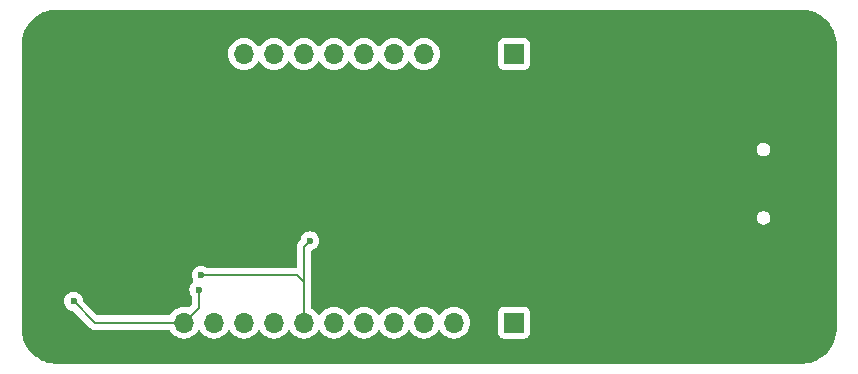
<source format=gbr>
%TF.GenerationSoftware,KiCad,Pcbnew,8.0.1*%
%TF.CreationDate,2024-04-08T01:45:07-04:00*%
%TF.ProjectId,NerdNOS,4e657264-4e4f-4532-9e6b-696361645f70,rev?*%
%TF.SameCoordinates,Original*%
%TF.FileFunction,Copper,L2,Bot*%
%TF.FilePolarity,Positive*%
%FSLAX46Y46*%
G04 Gerber Fmt 4.6, Leading zero omitted, Abs format (unit mm)*
G04 Created by KiCad (PCBNEW 8.0.1) date 2024-04-08 01:45:07*
%MOMM*%
%LPD*%
G01*
G04 APERTURE LIST*
%TA.AperFunction,ComponentPad*%
%ADD10O,2.100000X1.000000*%
%TD*%
%TA.AperFunction,ComponentPad*%
%ADD11O,1.800000X1.000000*%
%TD*%
%TA.AperFunction,ComponentPad*%
%ADD12R,1.700000X1.700000*%
%TD*%
%TA.AperFunction,ComponentPad*%
%ADD13O,1.700000X1.700000*%
%TD*%
%TA.AperFunction,ViaPad*%
%ADD14C,0.600000*%
%TD*%
%TA.AperFunction,Conductor*%
%ADD15C,0.200000*%
%TD*%
G04 APERTURE END LIST*
D10*
%TO.P,J3,S1,SHIELD*%
%TO.N,GND*%
X137320000Y-70070000D03*
D11*
X141500000Y-70070000D03*
D10*
X137320000Y-61430000D03*
D11*
X141500000Y-61430000D03*
%TD*%
D12*
%TO.P,J2,1,Pin_1*%
%TO.N,/BM1397/VBUS*%
X116690000Y-77500000D03*
D13*
%TO.P,J2,2,Pin_2*%
%TO.N,GND*%
X114150000Y-77500000D03*
%TO.P,J2,3,Pin_3*%
%TO.N,unconnected-(J2-Pin_3-Pad3)*%
X111610000Y-77500000D03*
%TO.P,J2,4,Pin_4*%
%TO.N,unconnected-(J2-Pin_4-Pad4)*%
X109070000Y-77500000D03*
%TO.P,J2,5,Pin_5*%
%TO.N,unconnected-(J2-Pin_5-Pad5)*%
X106530000Y-77500000D03*
%TO.P,J2,6,Pin_6*%
%TO.N,unconnected-(J2-Pin_6-Pad6)*%
X103990000Y-77500000D03*
%TO.P,J2,7,Pin_7*%
%TO.N,unconnected-(J2-Pin_7-Pad7)*%
X101450000Y-77500000D03*
%TO.P,J2,8,Pin_8*%
%TO.N,/T_Display_S3/GPIO10*%
X98910000Y-77500000D03*
%TO.P,J2,9,Pin_9*%
%TO.N,/BM1397/RST*%
X96370000Y-77500000D03*
%TO.P,J2,10,Pin_10*%
%TO.N,/T_Display_S3/GPIO2*%
X93830000Y-77500000D03*
%TO.P,J2,11,Pin_11*%
%TO.N,/T_Display_S3/GPIO1*%
X91290000Y-77500000D03*
%TO.P,J2,12,Pin_12*%
%TO.N,/BM1397/3V3*%
X88750000Y-77500000D03*
%TD*%
D12*
%TO.P,J1,1,Pin_1*%
%TO.N,unconnected-(J1-Pin_1-Pad1)*%
X116690000Y-54750000D03*
D13*
%TO.P,J1,2,Pin_2*%
%TO.N,GND*%
X114150000Y-54750000D03*
%TO.P,J1,3,Pin_3*%
X111610000Y-54750000D03*
%TO.P,J1,4,Pin_4*%
%TO.N,unconnected-(J1-Pin_4-Pad4)*%
X109070000Y-54750000D03*
%TO.P,J1,5,Pin_5*%
%TO.N,unconnected-(J1-Pin_5-Pad5)*%
X106530000Y-54750000D03*
%TO.P,J1,6,Pin_6*%
%TO.N,unconnected-(J1-Pin_6-Pad6)*%
X103990000Y-54750000D03*
%TO.P,J1,7,Pin_7*%
%TO.N,unconnected-(J1-Pin_7-Pad7)*%
X101450000Y-54750000D03*
%TO.P,J1,8,Pin_8*%
%TO.N,unconnected-(J1-Pin_8-Pad8)*%
X98910000Y-54750000D03*
%TO.P,J1,9,Pin_9*%
%TO.N,unconnected-(J1-Pin_9-Pad9)*%
X96370000Y-54750000D03*
%TO.P,J1,10,Pin_10*%
%TO.N,unconnected-(J1-Pin_10-Pad10)*%
X93830000Y-54750000D03*
%TO.P,J1,11,Pin_11*%
%TO.N,GND*%
X91290000Y-54750000D03*
%TO.P,J1,12,Pin_12*%
X88750000Y-54750000D03*
%TD*%
D14*
%TO.N,/T_Display_S3/GPIO10*%
X90200000Y-73500000D03*
%TO.N,/BM1397/3V3*%
X90000000Y-74710000D03*
%TO.N,/T_Display_S3/GPIO10*%
X99400000Y-70580000D03*
%TO.N,GND*%
X99400000Y-65100000D03*
X128320000Y-65160000D03*
X104050000Y-65700000D03*
X101050000Y-64700000D03*
X127060000Y-66730000D03*
X121200000Y-73200000D03*
X128320000Y-66710000D03*
X105050000Y-66700000D03*
X105600000Y-61200000D03*
X79300000Y-73000000D03*
X81316994Y-74161855D03*
X116800000Y-57100000D03*
X104050000Y-64700000D03*
X105050000Y-63700000D03*
X125830000Y-65170000D03*
X120220000Y-69580000D03*
X101050000Y-68700000D03*
X81290000Y-56940000D03*
X102050000Y-66700000D03*
X103050000Y-63700000D03*
X90100000Y-65200000D03*
X119930000Y-70800000D03*
X117890000Y-70830000D03*
X89600000Y-71300000D03*
X103050000Y-68700000D03*
X103050000Y-64700000D03*
X83500000Y-71800000D03*
X105050000Y-68700000D03*
X125140000Y-64420000D03*
X104050000Y-63700000D03*
X104050000Y-66700000D03*
X101050000Y-65700000D03*
X88000000Y-61100000D03*
X101050000Y-63700000D03*
X93677036Y-61494171D03*
X127060000Y-63630000D03*
X115960686Y-75639314D03*
X102050000Y-64700000D03*
X102100000Y-71320000D03*
X123390000Y-74150000D03*
X86255604Y-62397971D03*
X79500000Y-66200000D03*
X92600000Y-71900000D03*
X103050000Y-66700000D03*
X105050000Y-67700000D03*
X134300000Y-65990000D03*
X93400000Y-64100000D03*
X105050000Y-64700000D03*
X93687270Y-68448758D03*
X125830000Y-63620000D03*
X102050000Y-68700000D03*
X79200000Y-63500000D03*
X91100000Y-63900000D03*
X86400000Y-61000000D03*
X128320000Y-63610000D03*
X117890000Y-69600000D03*
X127060000Y-65180000D03*
X101050000Y-67700000D03*
X102020000Y-61000000D03*
X104050000Y-68700000D03*
X121110000Y-70780000D03*
X103050000Y-67700000D03*
X104050000Y-67700000D03*
X88900000Y-64300000D03*
X125830000Y-66720000D03*
X102050000Y-67700000D03*
X120200000Y-73300000D03*
X105050000Y-65700000D03*
X134300000Y-65100000D03*
X102050000Y-63700000D03*
X101050000Y-66700000D03*
X90000000Y-66100000D03*
X102050000Y-65700000D03*
X103050000Y-65700000D03*
%TO.N,/BM1397/3V3*%
X79400000Y-75700000D03*
%TD*%
D15*
%TO.N,/T_Display_S3/GPIO10*%
X90200000Y-73500000D02*
X98310000Y-73500000D01*
X98910000Y-74100000D02*
X98910000Y-77500000D01*
X98310000Y-73500000D02*
X98910000Y-74100000D01*
X98910000Y-71070000D02*
X98910000Y-74100000D01*
%TO.N,/BM1397/3V3*%
X90000000Y-74710000D02*
X90000000Y-76250000D01*
X90000000Y-76250000D02*
X88750000Y-77500000D01*
%TO.N,/T_Display_S3/GPIO10*%
X99400000Y-70580000D02*
X98910000Y-71070000D01*
%TO.N,/BM1397/3V3*%
X79400000Y-75700000D02*
X81200000Y-77500000D01*
X81200000Y-77500000D02*
X88750000Y-77500000D01*
%TD*%
%TA.AperFunction,Conductor*%
%TO.N,GND*%
G36*
X141000855Y-51000011D02*
G01*
X141162269Y-51002274D01*
X141174390Y-51003041D01*
X141478553Y-51037312D01*
X141495992Y-51039277D01*
X141509700Y-51041606D01*
X141824366Y-51113426D01*
X141837725Y-51117273D01*
X142142392Y-51223881D01*
X142155228Y-51229199D01*
X142446025Y-51369239D01*
X142458195Y-51375965D01*
X142731486Y-51547685D01*
X142742827Y-51555732D01*
X142995173Y-51756971D01*
X143005541Y-51766237D01*
X143233762Y-51994458D01*
X143243028Y-52004826D01*
X143444267Y-52257172D01*
X143452314Y-52268513D01*
X143624034Y-52541804D01*
X143630760Y-52553974D01*
X143770798Y-52844766D01*
X143776120Y-52857613D01*
X143882724Y-53162270D01*
X143886573Y-53175633D01*
X143958393Y-53490299D01*
X143960722Y-53504007D01*
X143996957Y-53825597D01*
X143997725Y-53837743D01*
X143999988Y-53999144D01*
X144000000Y-54000882D01*
X144000000Y-77999117D01*
X143999988Y-78000855D01*
X143997725Y-78162256D01*
X143996957Y-78174402D01*
X143960722Y-78495992D01*
X143958393Y-78509700D01*
X143886573Y-78824366D01*
X143882724Y-78837729D01*
X143776120Y-79142386D01*
X143770798Y-79155233D01*
X143630760Y-79446025D01*
X143624034Y-79458195D01*
X143452314Y-79731486D01*
X143444267Y-79742827D01*
X143243028Y-79995173D01*
X143233762Y-80005541D01*
X143005541Y-80233762D01*
X142995173Y-80243028D01*
X142742827Y-80444267D01*
X142731486Y-80452314D01*
X142458195Y-80624034D01*
X142446025Y-80630760D01*
X142155233Y-80770798D01*
X142142386Y-80776120D01*
X141837729Y-80882724D01*
X141824366Y-80886573D01*
X141509700Y-80958393D01*
X141495992Y-80960722D01*
X141174402Y-80996957D01*
X141162256Y-80997725D01*
X141000856Y-80999988D01*
X140999118Y-81000000D01*
X78000882Y-81000000D01*
X77999144Y-80999988D01*
X77837743Y-80997725D01*
X77825597Y-80996957D01*
X77504007Y-80960722D01*
X77490299Y-80958393D01*
X77175633Y-80886573D01*
X77162270Y-80882724D01*
X76857613Y-80776120D01*
X76844766Y-80770798D01*
X76553974Y-80630760D01*
X76541804Y-80624034D01*
X76268513Y-80452314D01*
X76257172Y-80444267D01*
X76004826Y-80243028D01*
X75994458Y-80233762D01*
X75766237Y-80005541D01*
X75756971Y-79995173D01*
X75555732Y-79742827D01*
X75547685Y-79731486D01*
X75375965Y-79458195D01*
X75369239Y-79446025D01*
X75229201Y-79155233D01*
X75223879Y-79142386D01*
X75121743Y-78850499D01*
X75117273Y-78837725D01*
X75113426Y-78824366D01*
X75041606Y-78509700D01*
X75039277Y-78495992D01*
X75028221Y-78397870D01*
X75003041Y-78174390D01*
X75002274Y-78162269D01*
X75000012Y-78000855D01*
X75000000Y-77999117D01*
X75000000Y-75700003D01*
X78594435Y-75700003D01*
X78614630Y-75879249D01*
X78614631Y-75879254D01*
X78674211Y-76049523D01*
X78729029Y-76136765D01*
X78770184Y-76202262D01*
X78897738Y-76329816D01*
X79050478Y-76425789D01*
X79220745Y-76485368D01*
X79307669Y-76495161D01*
X79372080Y-76522226D01*
X79381465Y-76530700D01*
X80715139Y-77864374D01*
X80715149Y-77864385D01*
X80719479Y-77868715D01*
X80719480Y-77868716D01*
X80831284Y-77980520D01*
X80831286Y-77980521D01*
X80831290Y-77980524D01*
X80968209Y-78059573D01*
X80968216Y-78059577D01*
X81080019Y-78089534D01*
X81120942Y-78100500D01*
X81120943Y-78100500D01*
X87460909Y-78100500D01*
X87527948Y-78120185D01*
X87573292Y-78172097D01*
X87575965Y-78177830D01*
X87711505Y-78371401D01*
X87878599Y-78538495D01*
X87975384Y-78606265D01*
X88072165Y-78674032D01*
X88072167Y-78674033D01*
X88072170Y-78674035D01*
X88286337Y-78773903D01*
X88514592Y-78835063D01*
X88691034Y-78850500D01*
X88749999Y-78855659D01*
X88750000Y-78855659D01*
X88750001Y-78855659D01*
X88808966Y-78850500D01*
X88985408Y-78835063D01*
X89213663Y-78773903D01*
X89427830Y-78674035D01*
X89621401Y-78538495D01*
X89788495Y-78371401D01*
X89918425Y-78185842D01*
X89973002Y-78142217D01*
X90042500Y-78135023D01*
X90104855Y-78166546D01*
X90121575Y-78185842D01*
X90251500Y-78371395D01*
X90251505Y-78371401D01*
X90418599Y-78538495D01*
X90515384Y-78606265D01*
X90612165Y-78674032D01*
X90612167Y-78674033D01*
X90612170Y-78674035D01*
X90826337Y-78773903D01*
X91054592Y-78835063D01*
X91231034Y-78850500D01*
X91289999Y-78855659D01*
X91290000Y-78855659D01*
X91290001Y-78855659D01*
X91348966Y-78850500D01*
X91525408Y-78835063D01*
X91753663Y-78773903D01*
X91967830Y-78674035D01*
X92161401Y-78538495D01*
X92328495Y-78371401D01*
X92458425Y-78185842D01*
X92513002Y-78142217D01*
X92582500Y-78135023D01*
X92644855Y-78166546D01*
X92661575Y-78185842D01*
X92791500Y-78371395D01*
X92791505Y-78371401D01*
X92958599Y-78538495D01*
X93055384Y-78606265D01*
X93152165Y-78674032D01*
X93152167Y-78674033D01*
X93152170Y-78674035D01*
X93366337Y-78773903D01*
X93594592Y-78835063D01*
X93771034Y-78850500D01*
X93829999Y-78855659D01*
X93830000Y-78855659D01*
X93830001Y-78855659D01*
X93888966Y-78850500D01*
X94065408Y-78835063D01*
X94293663Y-78773903D01*
X94507830Y-78674035D01*
X94701401Y-78538495D01*
X94868495Y-78371401D01*
X94998425Y-78185842D01*
X95053002Y-78142217D01*
X95122500Y-78135023D01*
X95184855Y-78166546D01*
X95201575Y-78185842D01*
X95331500Y-78371395D01*
X95331505Y-78371401D01*
X95498599Y-78538495D01*
X95595384Y-78606265D01*
X95692165Y-78674032D01*
X95692167Y-78674033D01*
X95692170Y-78674035D01*
X95906337Y-78773903D01*
X96134592Y-78835063D01*
X96311034Y-78850500D01*
X96369999Y-78855659D01*
X96370000Y-78855659D01*
X96370001Y-78855659D01*
X96428966Y-78850500D01*
X96605408Y-78835063D01*
X96833663Y-78773903D01*
X97047830Y-78674035D01*
X97241401Y-78538495D01*
X97408495Y-78371401D01*
X97538425Y-78185842D01*
X97593002Y-78142217D01*
X97662500Y-78135023D01*
X97724855Y-78166546D01*
X97741575Y-78185842D01*
X97871500Y-78371395D01*
X97871505Y-78371401D01*
X98038599Y-78538495D01*
X98135384Y-78606265D01*
X98232165Y-78674032D01*
X98232167Y-78674033D01*
X98232170Y-78674035D01*
X98446337Y-78773903D01*
X98674592Y-78835063D01*
X98851034Y-78850500D01*
X98909999Y-78855659D01*
X98910000Y-78855659D01*
X98910001Y-78855659D01*
X98968966Y-78850500D01*
X99145408Y-78835063D01*
X99373663Y-78773903D01*
X99587830Y-78674035D01*
X99781401Y-78538495D01*
X99948495Y-78371401D01*
X100078425Y-78185842D01*
X100133002Y-78142217D01*
X100202500Y-78135023D01*
X100264855Y-78166546D01*
X100281575Y-78185842D01*
X100411500Y-78371395D01*
X100411505Y-78371401D01*
X100578599Y-78538495D01*
X100675384Y-78606265D01*
X100772165Y-78674032D01*
X100772167Y-78674033D01*
X100772170Y-78674035D01*
X100986337Y-78773903D01*
X101214592Y-78835063D01*
X101391034Y-78850500D01*
X101449999Y-78855659D01*
X101450000Y-78855659D01*
X101450001Y-78855659D01*
X101508966Y-78850500D01*
X101685408Y-78835063D01*
X101913663Y-78773903D01*
X102127830Y-78674035D01*
X102321401Y-78538495D01*
X102488495Y-78371401D01*
X102618425Y-78185842D01*
X102673002Y-78142217D01*
X102742500Y-78135023D01*
X102804855Y-78166546D01*
X102821575Y-78185842D01*
X102951500Y-78371395D01*
X102951505Y-78371401D01*
X103118599Y-78538495D01*
X103215384Y-78606265D01*
X103312165Y-78674032D01*
X103312167Y-78674033D01*
X103312170Y-78674035D01*
X103526337Y-78773903D01*
X103754592Y-78835063D01*
X103931034Y-78850500D01*
X103989999Y-78855659D01*
X103990000Y-78855659D01*
X103990001Y-78855659D01*
X104048966Y-78850500D01*
X104225408Y-78835063D01*
X104453663Y-78773903D01*
X104667830Y-78674035D01*
X104861401Y-78538495D01*
X105028495Y-78371401D01*
X105158425Y-78185842D01*
X105213002Y-78142217D01*
X105282500Y-78135023D01*
X105344855Y-78166546D01*
X105361575Y-78185842D01*
X105491500Y-78371395D01*
X105491505Y-78371401D01*
X105658599Y-78538495D01*
X105755384Y-78606265D01*
X105852165Y-78674032D01*
X105852167Y-78674033D01*
X105852170Y-78674035D01*
X106066337Y-78773903D01*
X106294592Y-78835063D01*
X106471034Y-78850500D01*
X106529999Y-78855659D01*
X106530000Y-78855659D01*
X106530001Y-78855659D01*
X106588966Y-78850500D01*
X106765408Y-78835063D01*
X106993663Y-78773903D01*
X107207830Y-78674035D01*
X107401401Y-78538495D01*
X107568495Y-78371401D01*
X107698425Y-78185842D01*
X107753002Y-78142217D01*
X107822500Y-78135023D01*
X107884855Y-78166546D01*
X107901575Y-78185842D01*
X108031500Y-78371395D01*
X108031505Y-78371401D01*
X108198599Y-78538495D01*
X108295384Y-78606265D01*
X108392165Y-78674032D01*
X108392167Y-78674033D01*
X108392170Y-78674035D01*
X108606337Y-78773903D01*
X108834592Y-78835063D01*
X109011034Y-78850500D01*
X109069999Y-78855659D01*
X109070000Y-78855659D01*
X109070001Y-78855659D01*
X109128966Y-78850500D01*
X109305408Y-78835063D01*
X109533663Y-78773903D01*
X109747830Y-78674035D01*
X109941401Y-78538495D01*
X110108495Y-78371401D01*
X110238425Y-78185842D01*
X110293002Y-78142217D01*
X110362500Y-78135023D01*
X110424855Y-78166546D01*
X110441575Y-78185842D01*
X110571500Y-78371395D01*
X110571505Y-78371401D01*
X110738599Y-78538495D01*
X110835384Y-78606265D01*
X110932165Y-78674032D01*
X110932167Y-78674033D01*
X110932170Y-78674035D01*
X111146337Y-78773903D01*
X111374592Y-78835063D01*
X111551034Y-78850500D01*
X111609999Y-78855659D01*
X111610000Y-78855659D01*
X111610001Y-78855659D01*
X111668966Y-78850500D01*
X111845408Y-78835063D01*
X112073663Y-78773903D01*
X112287830Y-78674035D01*
X112481401Y-78538495D01*
X112622026Y-78397870D01*
X115339500Y-78397870D01*
X115339501Y-78397876D01*
X115345908Y-78457483D01*
X115396202Y-78592328D01*
X115396206Y-78592335D01*
X115482452Y-78707544D01*
X115482455Y-78707547D01*
X115597664Y-78793793D01*
X115597671Y-78793797D01*
X115732517Y-78844091D01*
X115732516Y-78844091D01*
X115739444Y-78844835D01*
X115792127Y-78850500D01*
X117587872Y-78850499D01*
X117647483Y-78844091D01*
X117782331Y-78793796D01*
X117897546Y-78707546D01*
X117983796Y-78592331D01*
X118034091Y-78457483D01*
X118040500Y-78397873D01*
X118040499Y-76602128D01*
X118034091Y-76542517D01*
X118018240Y-76500019D01*
X117983797Y-76407671D01*
X117983793Y-76407664D01*
X117897547Y-76292455D01*
X117897544Y-76292452D01*
X117782335Y-76206206D01*
X117782328Y-76206202D01*
X117647482Y-76155908D01*
X117647483Y-76155908D01*
X117587883Y-76149501D01*
X117587881Y-76149500D01*
X117587873Y-76149500D01*
X117587864Y-76149500D01*
X115792129Y-76149500D01*
X115792123Y-76149501D01*
X115732516Y-76155908D01*
X115597671Y-76206202D01*
X115597664Y-76206206D01*
X115482455Y-76292452D01*
X115482452Y-76292455D01*
X115396206Y-76407664D01*
X115396202Y-76407671D01*
X115345908Y-76542517D01*
X115339501Y-76602116D01*
X115339501Y-76602123D01*
X115339500Y-76602135D01*
X115339500Y-78397870D01*
X112622026Y-78397870D01*
X112648495Y-78371401D01*
X112784035Y-78177830D01*
X112883903Y-77963663D01*
X112945063Y-77735408D01*
X112965659Y-77500000D01*
X112945063Y-77264592D01*
X112883903Y-77036337D01*
X112784035Y-76822171D01*
X112784034Y-76822169D01*
X112648494Y-76628597D01*
X112481402Y-76461506D01*
X112481395Y-76461501D01*
X112287834Y-76325967D01*
X112287830Y-76325965D01*
X112282085Y-76323286D01*
X112073663Y-76226097D01*
X112073659Y-76226096D01*
X112073655Y-76226094D01*
X111845413Y-76164938D01*
X111845403Y-76164936D01*
X111610001Y-76144341D01*
X111609999Y-76144341D01*
X111374596Y-76164936D01*
X111374586Y-76164938D01*
X111146344Y-76226094D01*
X111146335Y-76226098D01*
X110932171Y-76325964D01*
X110932169Y-76325965D01*
X110738597Y-76461505D01*
X110571505Y-76628597D01*
X110441575Y-76814158D01*
X110386998Y-76857783D01*
X110317500Y-76864977D01*
X110255145Y-76833454D01*
X110238425Y-76814158D01*
X110108494Y-76628597D01*
X109941402Y-76461506D01*
X109941395Y-76461501D01*
X109747834Y-76325967D01*
X109747830Y-76325965D01*
X109742085Y-76323286D01*
X109533663Y-76226097D01*
X109533659Y-76226096D01*
X109533655Y-76226094D01*
X109305413Y-76164938D01*
X109305403Y-76164936D01*
X109070001Y-76144341D01*
X109069999Y-76144341D01*
X108834596Y-76164936D01*
X108834586Y-76164938D01*
X108606344Y-76226094D01*
X108606335Y-76226098D01*
X108392171Y-76325964D01*
X108392169Y-76325965D01*
X108198597Y-76461505D01*
X108031505Y-76628597D01*
X107901575Y-76814158D01*
X107846998Y-76857783D01*
X107777500Y-76864977D01*
X107715145Y-76833454D01*
X107698425Y-76814158D01*
X107568494Y-76628597D01*
X107401402Y-76461506D01*
X107401395Y-76461501D01*
X107207834Y-76325967D01*
X107207830Y-76325965D01*
X107202085Y-76323286D01*
X106993663Y-76226097D01*
X106993659Y-76226096D01*
X106993655Y-76226094D01*
X106765413Y-76164938D01*
X106765403Y-76164936D01*
X106530001Y-76144341D01*
X106529999Y-76144341D01*
X106294596Y-76164936D01*
X106294586Y-76164938D01*
X106066344Y-76226094D01*
X106066335Y-76226098D01*
X105852171Y-76325964D01*
X105852169Y-76325965D01*
X105658597Y-76461505D01*
X105491505Y-76628597D01*
X105361575Y-76814158D01*
X105306998Y-76857783D01*
X105237500Y-76864977D01*
X105175145Y-76833454D01*
X105158425Y-76814158D01*
X105028494Y-76628597D01*
X104861402Y-76461506D01*
X104861395Y-76461501D01*
X104667834Y-76325967D01*
X104667830Y-76325965D01*
X104662085Y-76323286D01*
X104453663Y-76226097D01*
X104453659Y-76226096D01*
X104453655Y-76226094D01*
X104225413Y-76164938D01*
X104225403Y-76164936D01*
X103990001Y-76144341D01*
X103989999Y-76144341D01*
X103754596Y-76164936D01*
X103754586Y-76164938D01*
X103526344Y-76226094D01*
X103526335Y-76226098D01*
X103312171Y-76325964D01*
X103312169Y-76325965D01*
X103118597Y-76461505D01*
X102951505Y-76628597D01*
X102821575Y-76814158D01*
X102766998Y-76857783D01*
X102697500Y-76864977D01*
X102635145Y-76833454D01*
X102618425Y-76814158D01*
X102488494Y-76628597D01*
X102321402Y-76461506D01*
X102321395Y-76461501D01*
X102127834Y-76325967D01*
X102127830Y-76325965D01*
X102122085Y-76323286D01*
X101913663Y-76226097D01*
X101913659Y-76226096D01*
X101913655Y-76226094D01*
X101685413Y-76164938D01*
X101685403Y-76164936D01*
X101450001Y-76144341D01*
X101449999Y-76144341D01*
X101214596Y-76164936D01*
X101214586Y-76164938D01*
X100986344Y-76226094D01*
X100986335Y-76226098D01*
X100772171Y-76325964D01*
X100772169Y-76325965D01*
X100578597Y-76461505D01*
X100411505Y-76628597D01*
X100281575Y-76814158D01*
X100226998Y-76857783D01*
X100157500Y-76864977D01*
X100095145Y-76833454D01*
X100078425Y-76814158D01*
X99948494Y-76628597D01*
X99781402Y-76461506D01*
X99781395Y-76461501D01*
X99587831Y-76325965D01*
X99587826Y-76325962D01*
X99582091Y-76323288D01*
X99529653Y-76277113D01*
X99510500Y-76210908D01*
X99510500Y-71477409D01*
X99530185Y-71410370D01*
X99582989Y-71364615D01*
X99593539Y-71360369D01*
X99749522Y-71305789D01*
X99902262Y-71209816D01*
X100029816Y-71082262D01*
X100125789Y-70929522D01*
X100185368Y-70759255D01*
X100187896Y-70736818D01*
X100205565Y-70580003D01*
X100205565Y-70579996D01*
X100185369Y-70400750D01*
X100185368Y-70400745D01*
X100125788Y-70230476D01*
X100029815Y-70077737D01*
X99902262Y-69950184D01*
X99749523Y-69854211D01*
X99579254Y-69794631D01*
X99579249Y-69794630D01*
X99400004Y-69774435D01*
X99399996Y-69774435D01*
X99220750Y-69794630D01*
X99220745Y-69794631D01*
X99050476Y-69854211D01*
X98897737Y-69950184D01*
X98770184Y-70077737D01*
X98674210Y-70230478D01*
X98614630Y-70400750D01*
X98604837Y-70487667D01*
X98577770Y-70552081D01*
X98569298Y-70561464D01*
X98534237Y-70596524D01*
X98534212Y-70596552D01*
X98429477Y-70701287D01*
X98408966Y-70736816D01*
X98408965Y-70736818D01*
X98350423Y-70838215D01*
X98309499Y-70990943D01*
X98309499Y-70990945D01*
X98309499Y-71159046D01*
X98309500Y-71159059D01*
X98309500Y-72775500D01*
X98289815Y-72842539D01*
X98237011Y-72888294D01*
X98185500Y-72899500D01*
X90782412Y-72899500D01*
X90715373Y-72879815D01*
X90705097Y-72872445D01*
X90702263Y-72870185D01*
X90702262Y-72870184D01*
X90645496Y-72834515D01*
X90549523Y-72774211D01*
X90379254Y-72714631D01*
X90379249Y-72714630D01*
X90200004Y-72694435D01*
X90199996Y-72694435D01*
X90020750Y-72714630D01*
X90020745Y-72714631D01*
X89850476Y-72774211D01*
X89697737Y-72870184D01*
X89570184Y-72997737D01*
X89474211Y-73150476D01*
X89414631Y-73320745D01*
X89414630Y-73320750D01*
X89394435Y-73499996D01*
X89394435Y-73500003D01*
X89414630Y-73679249D01*
X89414631Y-73679254D01*
X89474211Y-73849523D01*
X89519686Y-73921895D01*
X89538686Y-73989131D01*
X89518318Y-74055967D01*
X89502374Y-74075548D01*
X89370183Y-74207739D01*
X89274211Y-74360476D01*
X89214631Y-74530745D01*
X89214630Y-74530750D01*
X89194435Y-74709996D01*
X89194435Y-74710003D01*
X89214630Y-74889249D01*
X89214631Y-74889254D01*
X89274211Y-75059523D01*
X89280910Y-75070184D01*
X89361057Y-75197737D01*
X89370185Y-75212263D01*
X89372445Y-75215097D01*
X89373334Y-75217275D01*
X89373889Y-75218158D01*
X89373734Y-75218255D01*
X89398855Y-75279783D01*
X89399500Y-75292412D01*
X89399500Y-75949902D01*
X89379815Y-76016941D01*
X89363181Y-76037584D01*
X89233530Y-76167234D01*
X89172207Y-76200718D01*
X89113756Y-76199327D01*
X88985413Y-76164938D01*
X88985403Y-76164936D01*
X88750001Y-76144341D01*
X88749999Y-76144341D01*
X88514596Y-76164936D01*
X88514586Y-76164938D01*
X88286344Y-76226094D01*
X88286335Y-76226098D01*
X88072171Y-76325964D01*
X88072169Y-76325965D01*
X87878597Y-76461505D01*
X87711506Y-76628596D01*
X87575965Y-76822170D01*
X87575962Y-76822175D01*
X87573289Y-76827909D01*
X87527115Y-76880346D01*
X87460909Y-76899500D01*
X81500097Y-76899500D01*
X81433058Y-76879815D01*
X81412416Y-76863181D01*
X80230700Y-75681465D01*
X80197215Y-75620142D01*
X80195163Y-75607686D01*
X80185368Y-75520745D01*
X80125789Y-75350478D01*
X80029816Y-75197738D01*
X79902262Y-75070184D01*
X79885294Y-75059522D01*
X79749523Y-74974211D01*
X79579254Y-74914631D01*
X79579249Y-74914630D01*
X79400004Y-74894435D01*
X79399996Y-74894435D01*
X79220750Y-74914630D01*
X79220745Y-74914631D01*
X79050476Y-74974211D01*
X78897737Y-75070184D01*
X78770184Y-75197737D01*
X78674211Y-75350476D01*
X78614631Y-75520745D01*
X78614630Y-75520750D01*
X78594435Y-75699996D01*
X78594435Y-75700003D01*
X75000000Y-75700003D01*
X75000000Y-68715765D01*
X137244500Y-68715765D01*
X137283719Y-68862136D01*
X137321602Y-68927750D01*
X137359485Y-68993365D01*
X137466635Y-69100515D01*
X137597865Y-69176281D01*
X137744234Y-69215500D01*
X137744236Y-69215500D01*
X137895764Y-69215500D01*
X137895766Y-69215500D01*
X138042135Y-69176281D01*
X138173365Y-69100515D01*
X138280515Y-68993365D01*
X138356281Y-68862135D01*
X138395500Y-68715766D01*
X138395500Y-68564234D01*
X138356281Y-68417865D01*
X138280515Y-68286635D01*
X138173365Y-68179485D01*
X138107750Y-68141602D01*
X138042136Y-68103719D01*
X137968950Y-68084109D01*
X137895766Y-68064500D01*
X137744234Y-68064500D01*
X137597863Y-68103719D01*
X137466635Y-68179485D01*
X137466632Y-68179487D01*
X137359487Y-68286632D01*
X137359485Y-68286635D01*
X137283719Y-68417863D01*
X137244500Y-68564234D01*
X137244500Y-68715765D01*
X75000000Y-68715765D01*
X75000000Y-62935765D01*
X137244500Y-62935765D01*
X137283719Y-63082136D01*
X137321602Y-63147750D01*
X137359485Y-63213365D01*
X137466635Y-63320515D01*
X137597865Y-63396281D01*
X137744234Y-63435500D01*
X137744236Y-63435500D01*
X137895764Y-63435500D01*
X137895766Y-63435500D01*
X138042135Y-63396281D01*
X138173365Y-63320515D01*
X138280515Y-63213365D01*
X138356281Y-63082135D01*
X138395500Y-62935766D01*
X138395500Y-62784234D01*
X138356281Y-62637865D01*
X138280515Y-62506635D01*
X138173365Y-62399485D01*
X138107750Y-62361602D01*
X138042136Y-62323719D01*
X137968950Y-62304109D01*
X137895766Y-62284500D01*
X137744234Y-62284500D01*
X137597863Y-62323719D01*
X137466635Y-62399485D01*
X137466632Y-62399487D01*
X137359487Y-62506632D01*
X137359485Y-62506635D01*
X137283719Y-62637863D01*
X137244500Y-62784234D01*
X137244500Y-62935765D01*
X75000000Y-62935765D01*
X75000000Y-54750000D01*
X92474341Y-54750000D01*
X92494936Y-54985403D01*
X92494938Y-54985413D01*
X92556094Y-55213655D01*
X92556096Y-55213659D01*
X92556097Y-55213663D01*
X92560000Y-55222032D01*
X92655965Y-55427830D01*
X92655967Y-55427834D01*
X92764281Y-55582521D01*
X92791505Y-55621401D01*
X92958599Y-55788495D01*
X93055384Y-55856265D01*
X93152165Y-55924032D01*
X93152167Y-55924033D01*
X93152170Y-55924035D01*
X93366337Y-56023903D01*
X93594592Y-56085063D01*
X93771034Y-56100500D01*
X93829999Y-56105659D01*
X93830000Y-56105659D01*
X93830001Y-56105659D01*
X93888966Y-56100500D01*
X94065408Y-56085063D01*
X94293663Y-56023903D01*
X94507830Y-55924035D01*
X94701401Y-55788495D01*
X94868495Y-55621401D01*
X94998425Y-55435842D01*
X95053002Y-55392217D01*
X95122500Y-55385023D01*
X95184855Y-55416546D01*
X95201575Y-55435842D01*
X95331500Y-55621395D01*
X95331505Y-55621401D01*
X95498599Y-55788495D01*
X95595384Y-55856265D01*
X95692165Y-55924032D01*
X95692167Y-55924033D01*
X95692170Y-55924035D01*
X95906337Y-56023903D01*
X96134592Y-56085063D01*
X96311034Y-56100500D01*
X96369999Y-56105659D01*
X96370000Y-56105659D01*
X96370001Y-56105659D01*
X96428966Y-56100500D01*
X96605408Y-56085063D01*
X96833663Y-56023903D01*
X97047830Y-55924035D01*
X97241401Y-55788495D01*
X97408495Y-55621401D01*
X97538425Y-55435842D01*
X97593002Y-55392217D01*
X97662500Y-55385023D01*
X97724855Y-55416546D01*
X97741575Y-55435842D01*
X97871500Y-55621395D01*
X97871505Y-55621401D01*
X98038599Y-55788495D01*
X98135384Y-55856265D01*
X98232165Y-55924032D01*
X98232167Y-55924033D01*
X98232170Y-55924035D01*
X98446337Y-56023903D01*
X98674592Y-56085063D01*
X98851034Y-56100500D01*
X98909999Y-56105659D01*
X98910000Y-56105659D01*
X98910001Y-56105659D01*
X98968966Y-56100500D01*
X99145408Y-56085063D01*
X99373663Y-56023903D01*
X99587830Y-55924035D01*
X99781401Y-55788495D01*
X99948495Y-55621401D01*
X100078425Y-55435842D01*
X100133002Y-55392217D01*
X100202500Y-55385023D01*
X100264855Y-55416546D01*
X100281575Y-55435842D01*
X100411500Y-55621395D01*
X100411505Y-55621401D01*
X100578599Y-55788495D01*
X100675384Y-55856265D01*
X100772165Y-55924032D01*
X100772167Y-55924033D01*
X100772170Y-55924035D01*
X100986337Y-56023903D01*
X101214592Y-56085063D01*
X101391034Y-56100500D01*
X101449999Y-56105659D01*
X101450000Y-56105659D01*
X101450001Y-56105659D01*
X101508966Y-56100500D01*
X101685408Y-56085063D01*
X101913663Y-56023903D01*
X102127830Y-55924035D01*
X102321401Y-55788495D01*
X102488495Y-55621401D01*
X102618425Y-55435842D01*
X102673002Y-55392217D01*
X102742500Y-55385023D01*
X102804855Y-55416546D01*
X102821575Y-55435842D01*
X102951500Y-55621395D01*
X102951505Y-55621401D01*
X103118599Y-55788495D01*
X103215384Y-55856265D01*
X103312165Y-55924032D01*
X103312167Y-55924033D01*
X103312170Y-55924035D01*
X103526337Y-56023903D01*
X103754592Y-56085063D01*
X103931034Y-56100500D01*
X103989999Y-56105659D01*
X103990000Y-56105659D01*
X103990001Y-56105659D01*
X104048966Y-56100500D01*
X104225408Y-56085063D01*
X104453663Y-56023903D01*
X104667830Y-55924035D01*
X104861401Y-55788495D01*
X105028495Y-55621401D01*
X105158425Y-55435842D01*
X105213002Y-55392217D01*
X105282500Y-55385023D01*
X105344855Y-55416546D01*
X105361575Y-55435842D01*
X105491500Y-55621395D01*
X105491505Y-55621401D01*
X105658599Y-55788495D01*
X105755384Y-55856265D01*
X105852165Y-55924032D01*
X105852167Y-55924033D01*
X105852170Y-55924035D01*
X106066337Y-56023903D01*
X106294592Y-56085063D01*
X106471034Y-56100500D01*
X106529999Y-56105659D01*
X106530000Y-56105659D01*
X106530001Y-56105659D01*
X106588966Y-56100500D01*
X106765408Y-56085063D01*
X106993663Y-56023903D01*
X107207830Y-55924035D01*
X107401401Y-55788495D01*
X107568495Y-55621401D01*
X107698425Y-55435842D01*
X107753002Y-55392217D01*
X107822500Y-55385023D01*
X107884855Y-55416546D01*
X107901575Y-55435842D01*
X108031500Y-55621395D01*
X108031505Y-55621401D01*
X108198599Y-55788495D01*
X108295384Y-55856265D01*
X108392165Y-55924032D01*
X108392167Y-55924033D01*
X108392170Y-55924035D01*
X108606337Y-56023903D01*
X108834592Y-56085063D01*
X109011034Y-56100500D01*
X109069999Y-56105659D01*
X109070000Y-56105659D01*
X109070001Y-56105659D01*
X109128966Y-56100500D01*
X109305408Y-56085063D01*
X109533663Y-56023903D01*
X109747830Y-55924035D01*
X109941401Y-55788495D01*
X110082026Y-55647870D01*
X115339500Y-55647870D01*
X115339501Y-55647876D01*
X115345908Y-55707483D01*
X115396202Y-55842328D01*
X115396206Y-55842335D01*
X115482452Y-55957544D01*
X115482455Y-55957547D01*
X115597664Y-56043793D01*
X115597671Y-56043797D01*
X115732517Y-56094091D01*
X115732516Y-56094091D01*
X115739444Y-56094835D01*
X115792127Y-56100500D01*
X117587872Y-56100499D01*
X117647483Y-56094091D01*
X117782331Y-56043796D01*
X117897546Y-55957546D01*
X117983796Y-55842331D01*
X118034091Y-55707483D01*
X118040500Y-55647873D01*
X118040499Y-53852128D01*
X118034091Y-53792517D01*
X117983796Y-53657669D01*
X117983795Y-53657668D01*
X117983793Y-53657664D01*
X117897547Y-53542455D01*
X117897544Y-53542452D01*
X117782335Y-53456206D01*
X117782328Y-53456202D01*
X117647482Y-53405908D01*
X117647483Y-53405908D01*
X117587883Y-53399501D01*
X117587881Y-53399500D01*
X117587873Y-53399500D01*
X117587864Y-53399500D01*
X115792129Y-53399500D01*
X115792123Y-53399501D01*
X115732516Y-53405908D01*
X115597671Y-53456202D01*
X115597664Y-53456206D01*
X115482455Y-53542452D01*
X115482452Y-53542455D01*
X115396206Y-53657664D01*
X115396202Y-53657671D01*
X115345908Y-53792517D01*
X115339501Y-53852116D01*
X115339501Y-53852123D01*
X115339500Y-53852135D01*
X115339500Y-55647870D01*
X110082026Y-55647870D01*
X110108495Y-55621401D01*
X110244035Y-55427830D01*
X110343903Y-55213663D01*
X110405063Y-54985408D01*
X110425659Y-54750000D01*
X110405063Y-54514592D01*
X110343903Y-54286337D01*
X110244035Y-54072171D01*
X110238425Y-54064158D01*
X110108494Y-53878597D01*
X109941402Y-53711506D01*
X109941395Y-53711501D01*
X109747834Y-53575967D01*
X109747830Y-53575965D01*
X109747828Y-53575964D01*
X109533663Y-53476097D01*
X109533659Y-53476096D01*
X109533655Y-53476094D01*
X109305413Y-53414938D01*
X109305403Y-53414936D01*
X109070001Y-53394341D01*
X109069999Y-53394341D01*
X108834596Y-53414936D01*
X108834586Y-53414938D01*
X108606344Y-53476094D01*
X108606335Y-53476098D01*
X108392171Y-53575964D01*
X108392169Y-53575965D01*
X108198597Y-53711505D01*
X108031505Y-53878597D01*
X107901575Y-54064158D01*
X107846998Y-54107783D01*
X107777500Y-54114977D01*
X107715145Y-54083454D01*
X107698425Y-54064158D01*
X107568494Y-53878597D01*
X107401402Y-53711506D01*
X107401395Y-53711501D01*
X107207834Y-53575967D01*
X107207830Y-53575965D01*
X107207828Y-53575964D01*
X106993663Y-53476097D01*
X106993659Y-53476096D01*
X106993655Y-53476094D01*
X106765413Y-53414938D01*
X106765403Y-53414936D01*
X106530001Y-53394341D01*
X106529999Y-53394341D01*
X106294596Y-53414936D01*
X106294586Y-53414938D01*
X106066344Y-53476094D01*
X106066335Y-53476098D01*
X105852171Y-53575964D01*
X105852169Y-53575965D01*
X105658597Y-53711505D01*
X105491505Y-53878597D01*
X105361575Y-54064158D01*
X105306998Y-54107783D01*
X105237500Y-54114977D01*
X105175145Y-54083454D01*
X105158425Y-54064158D01*
X105028494Y-53878597D01*
X104861402Y-53711506D01*
X104861395Y-53711501D01*
X104667834Y-53575967D01*
X104667830Y-53575965D01*
X104667828Y-53575964D01*
X104453663Y-53476097D01*
X104453659Y-53476096D01*
X104453655Y-53476094D01*
X104225413Y-53414938D01*
X104225403Y-53414936D01*
X103990001Y-53394341D01*
X103989999Y-53394341D01*
X103754596Y-53414936D01*
X103754586Y-53414938D01*
X103526344Y-53476094D01*
X103526335Y-53476098D01*
X103312171Y-53575964D01*
X103312169Y-53575965D01*
X103118597Y-53711505D01*
X102951505Y-53878597D01*
X102821575Y-54064158D01*
X102766998Y-54107783D01*
X102697500Y-54114977D01*
X102635145Y-54083454D01*
X102618425Y-54064158D01*
X102488494Y-53878597D01*
X102321402Y-53711506D01*
X102321395Y-53711501D01*
X102127834Y-53575967D01*
X102127830Y-53575965D01*
X102127828Y-53575964D01*
X101913663Y-53476097D01*
X101913659Y-53476096D01*
X101913655Y-53476094D01*
X101685413Y-53414938D01*
X101685403Y-53414936D01*
X101450001Y-53394341D01*
X101449999Y-53394341D01*
X101214596Y-53414936D01*
X101214586Y-53414938D01*
X100986344Y-53476094D01*
X100986335Y-53476098D01*
X100772171Y-53575964D01*
X100772169Y-53575965D01*
X100578597Y-53711505D01*
X100411505Y-53878597D01*
X100281575Y-54064158D01*
X100226998Y-54107783D01*
X100157500Y-54114977D01*
X100095145Y-54083454D01*
X100078425Y-54064158D01*
X99948494Y-53878597D01*
X99781402Y-53711506D01*
X99781395Y-53711501D01*
X99587834Y-53575967D01*
X99587830Y-53575965D01*
X99587828Y-53575964D01*
X99373663Y-53476097D01*
X99373659Y-53476096D01*
X99373655Y-53476094D01*
X99145413Y-53414938D01*
X99145403Y-53414936D01*
X98910001Y-53394341D01*
X98909999Y-53394341D01*
X98674596Y-53414936D01*
X98674586Y-53414938D01*
X98446344Y-53476094D01*
X98446335Y-53476098D01*
X98232171Y-53575964D01*
X98232169Y-53575965D01*
X98038597Y-53711505D01*
X97871505Y-53878597D01*
X97741575Y-54064158D01*
X97686998Y-54107783D01*
X97617500Y-54114977D01*
X97555145Y-54083454D01*
X97538425Y-54064158D01*
X97408494Y-53878597D01*
X97241402Y-53711506D01*
X97241395Y-53711501D01*
X97047834Y-53575967D01*
X97047830Y-53575965D01*
X97047828Y-53575964D01*
X96833663Y-53476097D01*
X96833659Y-53476096D01*
X96833655Y-53476094D01*
X96605413Y-53414938D01*
X96605403Y-53414936D01*
X96370001Y-53394341D01*
X96369999Y-53394341D01*
X96134596Y-53414936D01*
X96134586Y-53414938D01*
X95906344Y-53476094D01*
X95906335Y-53476098D01*
X95692171Y-53575964D01*
X95692169Y-53575965D01*
X95498597Y-53711505D01*
X95331505Y-53878597D01*
X95201575Y-54064158D01*
X95146998Y-54107783D01*
X95077500Y-54114977D01*
X95015145Y-54083454D01*
X94998425Y-54064158D01*
X94868494Y-53878597D01*
X94701402Y-53711506D01*
X94701395Y-53711501D01*
X94507834Y-53575967D01*
X94507830Y-53575965D01*
X94507828Y-53575964D01*
X94293663Y-53476097D01*
X94293659Y-53476096D01*
X94293655Y-53476094D01*
X94065413Y-53414938D01*
X94065403Y-53414936D01*
X93830001Y-53394341D01*
X93829999Y-53394341D01*
X93594596Y-53414936D01*
X93594586Y-53414938D01*
X93366344Y-53476094D01*
X93366335Y-53476098D01*
X93152171Y-53575964D01*
X93152169Y-53575965D01*
X92958597Y-53711505D01*
X92791505Y-53878597D01*
X92655965Y-54072169D01*
X92655964Y-54072171D01*
X92556098Y-54286335D01*
X92556094Y-54286344D01*
X92494938Y-54514586D01*
X92494936Y-54514596D01*
X92474341Y-54749999D01*
X92474341Y-54750000D01*
X75000000Y-54750000D01*
X75000000Y-54000882D01*
X75000012Y-53999144D01*
X75002274Y-53837729D01*
X75003041Y-53825610D01*
X75039277Y-53504005D01*
X75041606Y-53490299D01*
X75113426Y-53175633D01*
X75117272Y-53162279D01*
X75223883Y-52857601D01*
X75229196Y-52844777D01*
X75369243Y-52553965D01*
X75375959Y-52541813D01*
X75547693Y-52268501D01*
X75555723Y-52257183D01*
X75756979Y-52004816D01*
X75766228Y-51994467D01*
X75994467Y-51766228D01*
X76004816Y-51756979D01*
X76257183Y-51555723D01*
X76268501Y-51547693D01*
X76541813Y-51375959D01*
X76553965Y-51369243D01*
X76844777Y-51229196D01*
X76857601Y-51223883D01*
X77162279Y-51117272D01*
X77175627Y-51113427D01*
X77393293Y-51063746D01*
X77490299Y-51041606D01*
X77504005Y-51039277D01*
X77825610Y-51003041D01*
X77837729Y-51002274D01*
X77999144Y-51000011D01*
X78000882Y-51000000D01*
X140999118Y-51000000D01*
X141000855Y-51000011D01*
G37*
%TD.AperFunction*%
%TD*%
M02*

</source>
